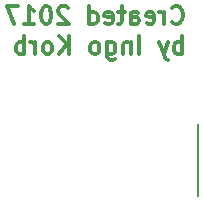
<source format=gbr>
G04 #@! TF.FileFunction,Legend,Bot*
%FSLAX46Y46*%
G04 Gerber Fmt 4.6, Leading zero omitted, Abs format (unit mm)*
G04 Created by KiCad (PCBNEW 4.0.5) date 11/08/17 14:47:14*
%MOMM*%
%LPD*%
G01*
G04 APERTURE LIST*
%ADD10C,0.100000*%
%ADD11C,0.300000*%
%ADD12C,0.200000*%
G04 APERTURE END LIST*
D10*
D11*
X150296714Y-81810714D02*
X150368143Y-81882143D01*
X150582429Y-81953571D01*
X150725286Y-81953571D01*
X150939571Y-81882143D01*
X151082429Y-81739286D01*
X151153857Y-81596429D01*
X151225286Y-81310714D01*
X151225286Y-81096429D01*
X151153857Y-80810714D01*
X151082429Y-80667857D01*
X150939571Y-80525000D01*
X150725286Y-80453571D01*
X150582429Y-80453571D01*
X150368143Y-80525000D01*
X150296714Y-80596429D01*
X149653857Y-81953571D02*
X149653857Y-80953571D01*
X149653857Y-81239286D02*
X149582429Y-81096429D01*
X149511000Y-81025000D01*
X149368143Y-80953571D01*
X149225286Y-80953571D01*
X148153858Y-81882143D02*
X148296715Y-81953571D01*
X148582429Y-81953571D01*
X148725286Y-81882143D01*
X148796715Y-81739286D01*
X148796715Y-81167857D01*
X148725286Y-81025000D01*
X148582429Y-80953571D01*
X148296715Y-80953571D01*
X148153858Y-81025000D01*
X148082429Y-81167857D01*
X148082429Y-81310714D01*
X148796715Y-81453571D01*
X146796715Y-81953571D02*
X146796715Y-81167857D01*
X146868144Y-81025000D01*
X147011001Y-80953571D01*
X147296715Y-80953571D01*
X147439572Y-81025000D01*
X146796715Y-81882143D02*
X146939572Y-81953571D01*
X147296715Y-81953571D01*
X147439572Y-81882143D01*
X147511001Y-81739286D01*
X147511001Y-81596429D01*
X147439572Y-81453571D01*
X147296715Y-81382143D01*
X146939572Y-81382143D01*
X146796715Y-81310714D01*
X146296715Y-80953571D02*
X145725286Y-80953571D01*
X146082429Y-80453571D02*
X146082429Y-81739286D01*
X146011001Y-81882143D01*
X145868143Y-81953571D01*
X145725286Y-81953571D01*
X144653858Y-81882143D02*
X144796715Y-81953571D01*
X145082429Y-81953571D01*
X145225286Y-81882143D01*
X145296715Y-81739286D01*
X145296715Y-81167857D01*
X145225286Y-81025000D01*
X145082429Y-80953571D01*
X144796715Y-80953571D01*
X144653858Y-81025000D01*
X144582429Y-81167857D01*
X144582429Y-81310714D01*
X145296715Y-81453571D01*
X143296715Y-81953571D02*
X143296715Y-80453571D01*
X143296715Y-81882143D02*
X143439572Y-81953571D01*
X143725286Y-81953571D01*
X143868144Y-81882143D01*
X143939572Y-81810714D01*
X144011001Y-81667857D01*
X144011001Y-81239286D01*
X143939572Y-81096429D01*
X143868144Y-81025000D01*
X143725286Y-80953571D01*
X143439572Y-80953571D01*
X143296715Y-81025000D01*
X141511001Y-80596429D02*
X141439572Y-80525000D01*
X141296715Y-80453571D01*
X140939572Y-80453571D01*
X140796715Y-80525000D01*
X140725286Y-80596429D01*
X140653858Y-80739286D01*
X140653858Y-80882143D01*
X140725286Y-81096429D01*
X141582429Y-81953571D01*
X140653858Y-81953571D01*
X139725287Y-80453571D02*
X139582430Y-80453571D01*
X139439573Y-80525000D01*
X139368144Y-80596429D01*
X139296715Y-80739286D01*
X139225287Y-81025000D01*
X139225287Y-81382143D01*
X139296715Y-81667857D01*
X139368144Y-81810714D01*
X139439573Y-81882143D01*
X139582430Y-81953571D01*
X139725287Y-81953571D01*
X139868144Y-81882143D01*
X139939573Y-81810714D01*
X140011001Y-81667857D01*
X140082430Y-81382143D01*
X140082430Y-81025000D01*
X140011001Y-80739286D01*
X139939573Y-80596429D01*
X139868144Y-80525000D01*
X139725287Y-80453571D01*
X137796716Y-81953571D02*
X138653859Y-81953571D01*
X138225287Y-81953571D02*
X138225287Y-80453571D01*
X138368144Y-80667857D01*
X138511002Y-80810714D01*
X138653859Y-80882143D01*
X137296716Y-80453571D02*
X136296716Y-80453571D01*
X136939573Y-81953571D01*
X151153857Y-84503571D02*
X151153857Y-83003571D01*
X151153857Y-83575000D02*
X151011000Y-83503571D01*
X150725286Y-83503571D01*
X150582429Y-83575000D01*
X150511000Y-83646429D01*
X150439571Y-83789286D01*
X150439571Y-84217857D01*
X150511000Y-84360714D01*
X150582429Y-84432143D01*
X150725286Y-84503571D01*
X151011000Y-84503571D01*
X151153857Y-84432143D01*
X149939571Y-83503571D02*
X149582428Y-84503571D01*
X149225286Y-83503571D02*
X149582428Y-84503571D01*
X149725286Y-84860714D01*
X149796714Y-84932143D01*
X149939571Y-85003571D01*
X147511000Y-84503571D02*
X147511000Y-83003571D01*
X146796714Y-83503571D02*
X146796714Y-84503571D01*
X146796714Y-83646429D02*
X146725286Y-83575000D01*
X146582428Y-83503571D01*
X146368143Y-83503571D01*
X146225286Y-83575000D01*
X146153857Y-83717857D01*
X146153857Y-84503571D01*
X144796714Y-83503571D02*
X144796714Y-84717857D01*
X144868143Y-84860714D01*
X144939571Y-84932143D01*
X145082428Y-85003571D01*
X145296714Y-85003571D01*
X145439571Y-84932143D01*
X144796714Y-84432143D02*
X144939571Y-84503571D01*
X145225285Y-84503571D01*
X145368143Y-84432143D01*
X145439571Y-84360714D01*
X145511000Y-84217857D01*
X145511000Y-83789286D01*
X145439571Y-83646429D01*
X145368143Y-83575000D01*
X145225285Y-83503571D01*
X144939571Y-83503571D01*
X144796714Y-83575000D01*
X143868142Y-84503571D02*
X144011000Y-84432143D01*
X144082428Y-84360714D01*
X144153857Y-84217857D01*
X144153857Y-83789286D01*
X144082428Y-83646429D01*
X144011000Y-83575000D01*
X143868142Y-83503571D01*
X143653857Y-83503571D01*
X143511000Y-83575000D01*
X143439571Y-83646429D01*
X143368142Y-83789286D01*
X143368142Y-84217857D01*
X143439571Y-84360714D01*
X143511000Y-84432143D01*
X143653857Y-84503571D01*
X143868142Y-84503571D01*
X141582428Y-84503571D02*
X141582428Y-83003571D01*
X140725285Y-84503571D02*
X141368142Y-83646429D01*
X140725285Y-83003571D02*
X141582428Y-83860714D01*
X139868142Y-84503571D02*
X140011000Y-84432143D01*
X140082428Y-84360714D01*
X140153857Y-84217857D01*
X140153857Y-83789286D01*
X140082428Y-83646429D01*
X140011000Y-83575000D01*
X139868142Y-83503571D01*
X139653857Y-83503571D01*
X139511000Y-83575000D01*
X139439571Y-83646429D01*
X139368142Y-83789286D01*
X139368142Y-84217857D01*
X139439571Y-84360714D01*
X139511000Y-84432143D01*
X139653857Y-84503571D01*
X139868142Y-84503571D01*
X138725285Y-84503571D02*
X138725285Y-83503571D01*
X138725285Y-83789286D02*
X138653857Y-83646429D01*
X138582428Y-83575000D01*
X138439571Y-83503571D01*
X138296714Y-83503571D01*
X137796714Y-84503571D02*
X137796714Y-83003571D01*
X137796714Y-83575000D02*
X137653857Y-83503571D01*
X137368143Y-83503571D01*
X137225286Y-83575000D01*
X137153857Y-83646429D01*
X137082428Y-83789286D01*
X137082428Y-84217857D01*
X137153857Y-84360714D01*
X137225286Y-84432143D01*
X137368143Y-84503571D01*
X137653857Y-84503571D01*
X137796714Y-84432143D01*
D12*
X152463500Y-90424000D02*
X152463500Y-96520000D01*
M02*

</source>
